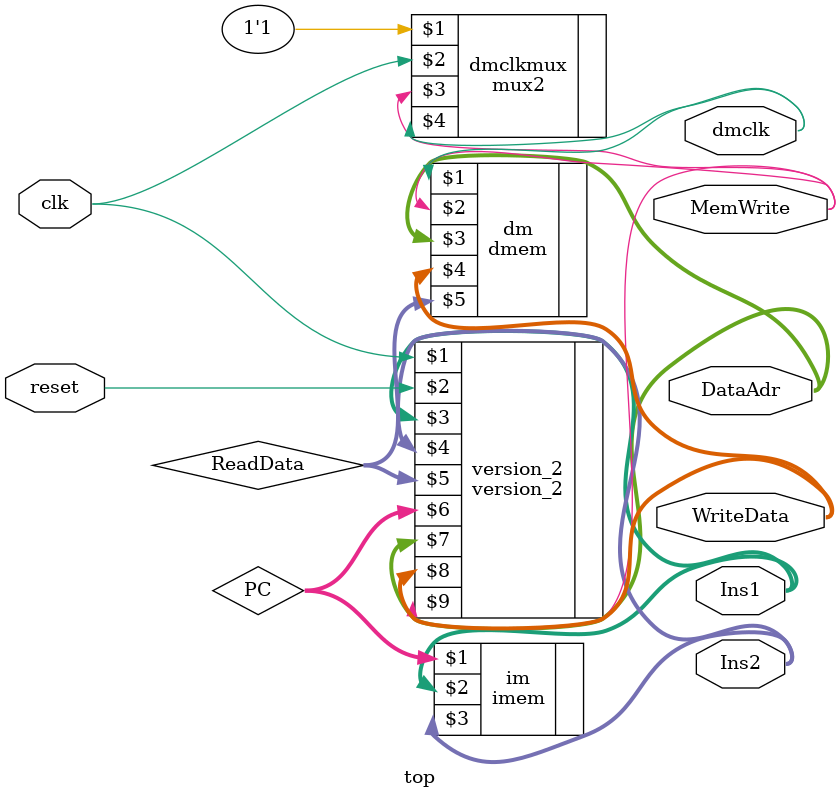
<source format=sv>
module top (input logic clk, reset,
	output logic [31:0] DataAdr, WriteData, Ins1, Ins2,
	output logic MemWrite, dmclk); //define i/o for testing

logic [31:0] PC, ReadData;

version_2 version_2(clk, reset, Ins1, Ins2, ReadData, PC, DataAdr, WriteData, MemWrite);

imem im(PC, Ins1, Ins2);

mux2 #(1) dmclkmux(1'b1, clk, MemWrite, dmclk);
dmem dm(dmclk, MemWrite, DataAdr, WriteData, ReadData);

endmodule

</source>
